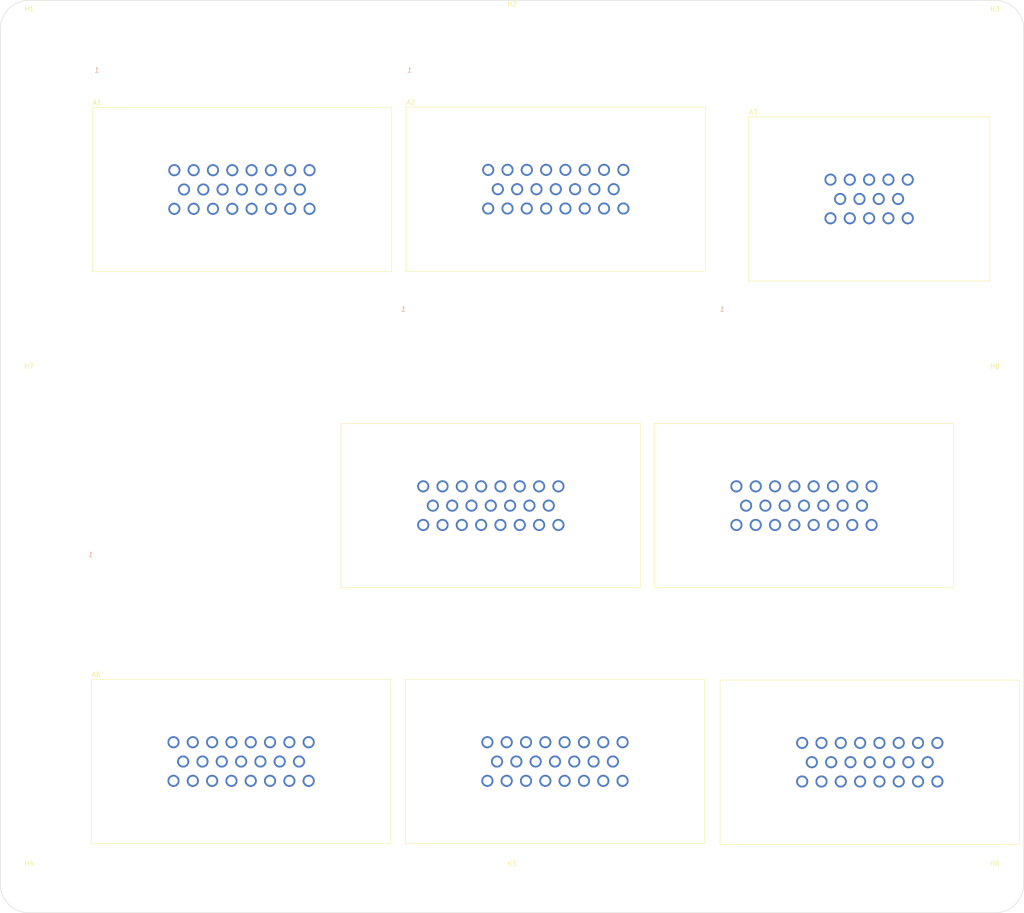
<source format=kicad_pcb>
(kicad_pcb (version 20221018) (generator pcbnew)
  (layers (0 "F.Cu" signal) (31 "B.Cu" signal) (34 "B.Paste" user) (35 "F.Paste" user) (36 "B.SilkS" user "B.Silkscreen") (37 "F.SilkS" user "F.Silkscreen") (38 "B.Mask" user) (39 "F.Mask" user) (44 "Edge.Cuts" user))
  (net 0 "")
  (net 67 "/24V_BATTERY+")
  (net 68 "/MC_PROGRAM_ENABLED")
  (net 69 "/MC_RS232_TXD")
  (net 70 "/MC_RS232_GND")
  (net 71 "/MC_RS232_RXD")
  (net 72 "/MAIN_RELAY_CONTROL")
  (net 73 "/MC_OK_INDICATOR")
  (net 74 "/PRECHARGE_CONTROL")
  (net 75 "/MC_FAULT_INDICATOR")
  (net 76 "/MC_12V")
  (net 77 "/P_CAN_LOW")
  (net 78 "/P_CAN_HI")
  (net 79 "/RADIATOR_FAN_24V")
  (net 80 "/RADIATOR_WATER_PUMP_24V")
  (net 81 "/BRAKE_LIGHT_12V")
  (net 82 "/BRAKE_LIGHT_GND")
  (net 83 "/PRESSURE{slash}TEMP_SENSOR_1_PRESSURE")
  (net 84 "/PRESSURE{slash}TEMP_SENSOR_1_5V")
  (net 85 "/PRESSURE{slash}TEMP_SENSOR_1_TEMP")
  (net 86 "/PRESSURE{slash}TEMP_SENSOR_2_PRESSURE")
  (net 87 "/PRESSURE{slash}TEMP_SENSOR_2_5V")
  (net 88 "/PRESSURE{slash}TEMP_SENSOR_2_TEMP")
  (net 89 "/PRESSURE{slash}TEMP_SENSOR_3_PRESSURE")
  (net 90 "/PRESSURE{slash}TEMP_SENSOR_3_5V")
  (net 91 "/PRESSURE{slash}TEMP_SENSOR_3_TEMP")
  (net 92 "/LEFT_ESTOP_OUT")
  (net 93 "/RIGHT_ESTOP_MONITOR")
  (net 94 "/CRASH_SENSOR_MONITOR")
  (net 95 "/CRASH_SENSOR_IN")
  (net 96 "/TSAL_GREEN")
  (net 97 "/TSAL_RED")
  (net 98 "/BOTS_OUT")
  (net 99 "/BOTS_IN")
  (net 100 "/ECU_BRAKE_INPUT")
  (net 101 "/ECU_5V_POWER_SENSOR_SUPPLY")
  (net 102 "/REAR_BRAKE_SIGNAL")
  (net 103 "/REAR_BRAKE_PRESSURE_12V")
  (net 104 "/FRONT_BRAKE_SIGNAL")
  (net 105 "/FRONT_BRAKE_PRESSURE_12V")
  (net 106 "/ECU_ACCELERATOR_SIGNAL_2")
  (net 107 "/ECU_ACCELERATOR_SIGNAL_1")
  (net 108 "/I_CAN_HI")
  (net 109 "/I_CAN_LOW")
  (net 110 "/D_CAN_HI")
  (net 111 "/D_CAN_LOW")
  (net 112 "/RTS_SPEAKER-")
  (net 113 "/DASH_24V")
  (net 114 "/DRIVER_RESET_IN")
  (net 115 "/DASH_AMS_LED")
  (net 116 "/DASH_BSPD_LED")
  (net 117 "/DASH_PDOC_LED")
  (net 118 "/DASH_IMD_LED")
  (net 119 "/DASH_E-STOP_OUT")
  (net 120 "/DASH_E-STOP_IN")
  (net 121 "/MASTER_ACC_24V")
  (net 122 "/AIR_POWER")
  (net 123 "/BSPD_TEST_SWITCH")
  (net 124 "/BATT_CAN_LOW")
  (net 125 "/BATT_CAN_HI")
  (net 126 "/REMOTE-")
  (net 127 "/REMOTE+")
  (net 128 "/SLAVE_ACC_PDOC_OK")
  (net 129 "/SLAVE_ACC_HV_INT_IN")
  (net 130 "/SLAVE_ACC_24V")
  (net 131 "/HV_BOX_IMD_OK")
  (net 132 "/HV_BOX_PDOC_OK")
  (net 133 "/HV_BOX_HVD_INT_OUT")
  (net 134 "/HV_BOX_HVD_INT_IN")
  (net 135 "/HV_BOX_RED")
  (net 136 "/HV_BOX_24V")
  (net 137 "/HV_BOX_GREEN")
  (footprint "MountingHole:MountingHole_3.2mm_M3" (layer "F.Cu") (at 95.2518 58.393)
    (fp_text reference "H1" (at 0 -4.2) (layer "F.SilkS"))
    (fp_text value "MountingHole")
    (pad "" np_thru_hole circle locked (at 0 0) (size 3.2 3.2) (drill 3.2) (layers "*.Cu" "*.Mask"))
  )
  (footprint "UniSA_Motorsport_Connector:AMPSEAL_3_ROW_14_PIN_VERTICAL" (layer "F.Cu") (at 269.2118 93.543296)
    (fp_text reference "A3" (at -24 -18 180) (layer "F.SilkS"))
    (fp_text value "HOOP" hide)
    (fp_line (start -25 -17) (end 25 -17) (stroke (width 0.12)) (layer "F.SilkS"))
    (fp_line (start -25 17) (end -25 -17) (stroke (width 0.12)) (layer "F.SilkS"))
    (fp_line (start 25 -17) (end 25 17) (stroke (width 0.12)) (layer "F.SilkS"))
    (fp_line (start 25 17) (end -25 17) (stroke (width 0.12)) (layer "F.SilkS"))
    (pad "" np_thru_hole circle (at -19.2 7.3) (size 2 2) (drill 2) (layers "F&B.Cu" "*.Mask"))
    (pad "" np_thru_hole circle (at -17.7 -10.8) (size 2 2) (drill 2) (layers "F&B.Cu" "*.Mask"))
    (pad "" np_thru_hole circle (at 17.7 -10.8) (size 2 2) (drill 2) (layers "F&B.Cu" "*.Mask"))
    (pad "" np_thru_hole circle (at 19.2 7.3) (size 2 2) (drill 2) (layers "F&B.Cu" "*.Mask"))
    (pad "1" thru_hole circle (at -8 -4) (size 2.5 2.5) (drill 1.75) (layers "*.Cu" "*.Mask") (net 97 "/TSAL_RED"))
    (pad "2" thru_hole circle (at -4 -4) (size 2.5 2.5) (drill 1.75) (layers "*.Cu" "*.Mask") (net 67 "/24V_BATTERY+"))
    (pad "3" thru_hole circle (at 0 -4) (size 2.5 2.5) (drill 1.75) (layers "*.Cu" "*.Mask") (net 96 "/TSAL_GREEN"))
    (pad "4" thru_hole circle (at 4 -4) (size 2.5 2.5) (drill 1.75) (layers "*.Cu" "*.Mask") (net 95 "/CRASH_SENSOR_IN"))
    (pad "5" thru_hole circle (at 8 -4) (size 2.5 2.5) (drill 1.75) (layers "*.Cu" "*.Mask") (net 94 "/CRASH_SENSOR_MONITOR"))
    (pad "6" thru_hole circle (at -6 0) (size 2.5 2.5) (drill 1.75) (layers "*.Cu" "*.Mask") (net 93 "/RIGHT_ESTOP_MONITOR"))
    (pad "7" thru_hole circle (at -2 0) (size 2.5 2.5) (drill 1.75) (layers "*.Cu" "*.Mask") (net 92 "/LEFT_ESTOP_OUT"))
    (pad "8" thru_hole circle (at 2 0) (size 2.5 2.5) (drill 1.75) (layers "*.Cu" "*.Mask") (net 67 "/24V_BATTERY+"))
    (pad "9" thru_hole circle (at 6 0) (size 2.5 2.5) (drill 1.75) (layers "*.Cu" "*.Mask") (net 67 "/24V_BATTERY+"))
    (pad "10" thru_hole circle (at -8 4) (size 2.5 2.5) (drill 1.75) (layers "*.Cu" "*.Mask") (net 67 "/24V_BATTERY+"))
    (pad "11" thru_hole circle (at -4 4) (size 2.5 2.5) (drill 1.75) (layers "*.Cu" "*.Mask") (net 67 "/24V_BATTERY+"))
    (pad "12" thru_hole circle (at 0 4) (size 2.5 2.5) (drill 1.75) (layers "*.Cu" "*.Mask") (net 67 "/24V_BATTERY+"))
    (pad "13" thru_hole circle (at 4 4) (size 2.5 2.5) (drill 1.75) (layers "*.Cu" "*.Mask") (net 67 "/24V_BATTERY+"))
    (pad "14" thru_hole circle (at 8 4) (size 2.5 2.5) (drill 1.75) (layers "*.Cu" "*.Mask") (net 67 "/24V_BATTERY+"))
  )
  (footprint "MountingHole:MountingHole_3.2mm_M3" (layer "F.Cu") (at 295.2518 132.383)
    (fp_text reference "H8" (at 0 -4.2) (layer "F.SilkS"))
    (fp_text value "MountingHole")
    (pad "" np_thru_hole circle (at 0 0) (size 3.2 3.2) (drill 3.2) (layers "*.Cu" "*.Mask"))
  )
  (footprint "MountingHole:MountingHole_3.2mm_M3" (layer "F.Cu") (at 95.2518 235.393)
    (fp_text reference "H4" (at 0 -4.2) (layer "F.SilkS"))
    (fp_text value "MountingHole")
    (pad "" np_thru_hole circle locked (at 0 0) (size 3.2 3.2) (drill 3.2) (layers "*.Cu" "*.Mask"))
  )
  (footprint "MountingHole:MountingHole_3.2mm_M3" (layer "F.Cu") (at 95.191751 132.38296)
    (fp_text reference "H7" (at 0 -4.2) (layer "F.SilkS"))
    (fp_text value "MountingHole")
    (pad "" np_thru_hole circle (at 0 0) (size 3.2 3.2) (drill 3.2) (layers "*.Cu" "*.Mask"))
  )
  (footprint "MountingHole:MountingHole_3.2mm_M3" (layer "F.Cu") (at 195.2518 57.383)
    (fp_text reference "H2" (at 0 -4.2) (layer "F.SilkS"))
    (fp_text value "MountingHole")
    (pad "" np_thru_hole circle locked (at 0 0) (size 3.2 3.2) (drill 3.2) (layers "*.Cu" "*.Mask"))
  )
  (footprint "UniSA_Motorsport_Connector:AMPSEAL_3_ROW_23_PIN_VERTICAL" (layer "F.Cu") (at 269.3468 212.200632)
    (fp_text reference "A8" hide)
    (fp_text value "HV BOX" hide)
    (fp_line (start -31 -19) (end 31 -19) (stroke (width 0.12)) (layer "F.SilkS"))
    (fp_line (start -31 15) (end -31 -19) (stroke (width 0.12)) (layer "F.SilkS"))
    (fp_line (start 31 -19) (end 31 15) (stroke (width 0.12)) (layer "F.SilkS"))
    (fp_line (start 31 15) (end -31 15) (stroke (width 0.12)) (layer "F.SilkS"))
    (pad "" np_thru_hole circle (at -25.2 5.3) (size 2 2) (drill 2) (layers "F&B.Cu" "*.Mask"))
    (pad "" np_thru_hole circle (at -23.7 -12.8) (size 2 2) (drill 2) (layers "F&B.Cu" "*.Mask"))
    (pad "" np_thru_hole circle (at 23.7 -12.8) (size 2 2) (drill 2) (layers "F&B.Cu" "*.Mask"))
    (pad "" np_thru_hole circle (at 25.2 5.3) (size 2 2) (drill 2) (layers "F&B.Cu" "*.Mask"))
    (pad "1" thru_hole circle (at -14 -6) (size 2.5 2.5) (drill 1.75) (layers "*.Cu" "*.Mask") (net 137 "/HV_BOX_GREEN"))
    (pad "2" thru_hole circle (at -10 -6) (size 2.5 2.5) (drill 1.75) (layers "*.Cu" "*.Mask") (net 136 "/HV_BOX_24V"))
    (pad "3" thru_hole circle (at -6 -6) (size 2.5 2.5) (drill 1.75) (layers "*.Cu" "*.Mask") (net 135 "/HV_BOX_RED"))
    (pad "4" thru_hole circle (at -2 -6) (size 2.5 2.5) (drill 1.75) (layers "*.Cu" "*.Mask") (net 122 "/AIR_POWER"))
    (pad "5" thru_hole circle (at 2 -6) (size 2.5 2.5) (drill 1.75) (layers "*.Cu" "*.Mask") (net 134 "/HV_BOX_HVD_INT_IN"))
    (pad "6" thru_hole circle (at 6 -6) (size 2.5 2.5) (drill 1.75) (layers "*.Cu" "*.Mask") (net 133 "/HV_BOX_HVD_INT_OUT"))
    (pad "7" thru_hole circle (at 10 -6) (size 2.5 2.5) (drill 1.75) (layers "*.Cu" "*.Mask") (net 132 "/HV_BOX_PDOC_OK"))
    (pad "8" thru_hole circle (at 14 -6) (size 2.5 2.5) (drill 1.75) (layers "*.Cu" "*.Mask") (net 67 "/24V_BATTERY+"))
    (pad "9" thru_hole circle (at -12 -2) (size 2.5 2.5) (drill 1.75) (layers "*.Cu" "*.Mask") (net 131 "/HV_BOX_IMD_OK"))
    (pad "10" thru_hole circle (at -8 -2) (size 2.5 2.5) (drill 1.75) (layers "*.Cu" "*.Mask"))
    (pad "11" thru_hole circle (at -4 -2) (size 2.5 2.5) (drill 1.75) (layers "*.Cu" "*.Mask"))
    (pad "12" thru_hole circle (at 0 -2) (size 2.5 2.5) (drill 1.75) (layers "*.Cu" "*.Mask"))
    (pad "13" thru_hole circle (at 4 -2) (size 2.5 2.5) (drill 1.75) (layers "*.Cu" "*.Mask"))
    (pad "14" thru_hole circle (at 8 -2) (size 2.5 2.5) (drill 1.75) (layers "*.Cu" "*.Mask"))
    (pad "15" thru_hole circle (at 12 -2) (size 2.5 2.5) (drill 1.75) (layers "*.Cu" "*.Mask"))
    (pad "16" thru_hole circle (at -14 2) (size 2.5 2.5) (drill 1.75) (layers "*.Cu" "*.Mask"))
    (pad "17" thru_hole circle (at -10 2) (size 2.5 2.5) (drill 1.75) (layers "*.Cu" "*.Mask"))
    (pad "18" thru_hole circle (at -6 2) (size 2.5 2.5) (drill 1.75) (layers "*.Cu" "*.Mask"))
    (pad "19" thru_hole circle (at -2 2) (size 2.5 2.5) (drill 1.75) (layers "*.Cu" "*.Mask"))
    (pad "20" thru_hole circle (at 2 2) (size 2.5 2.5) (drill 1.75) (layers "*.Cu" "*.Mask"))
    (pad "21" thru_hole circle (at 6 2) (size 2.5 2.5) (drill 1.75) (layers "*.Cu" "*.Mask"))
    (pad "22" thru_hole circle (at 10 2) (size 2.5 2.5) (drill 1.75) (layers "*.Cu" "*.Mask"))
    (pad "23" thru_hole circle (at 14 2) (size 2.5 2.5) (drill 1.75) (layers "*.Cu" "*.Mask"))
  )
  (footprint "MountingHole:MountingHole_3.2mm_M3" (layer "F.Cu") (at 295.2518 58.393)
    (fp_text reference "H3" (at 0 -4.2) (layer "F.SilkS"))
    (fp_text value "MountingHole")
    (pad "" np_thru_hole circle locked (at 0 0) (size 3.2 3.2) (drill 3.2) (layers "*.Cu" "*.Mask"))
  )
  (footprint "UniSA_Motorsport_Connector:AMPSEAL_3_ROW_23_PIN_VERTICAL" (layer "F.Cu") (at 204.3118 93.521224)
    (fp_text reference "A2" (at -30 -20) (layer "F.SilkS"))
    (fp_text value "Feathers")
    (fp_line (start -31 -19) (end 31 -19) (stroke (width 0.12)) (layer "F.SilkS"))
    (fp_line (start -31 15) (end -31 -19) (stroke (width 0.12)) (layer "F.SilkS"))
    (fp_line (start 31 -19) (end 31 15) (stroke (width 0.12)) (layer "F.SilkS"))
    (fp_line (start 31 15) (end -31 15) (stroke (width 0.12)) (layer "F.SilkS"))
    (pad "" np_thru_hole circle (at -25.2 5.3) (size 2 2) (drill 2) (layers "F&B.Cu" "*.Mask"))
    (pad "" np_thru_hole circle (at -23.7 -12.8) (size 2 2) (drill 2) (layers "F&B.Cu" "*.Mask"))
    (pad "" np_thru_hole circle (at 23.7 -12.8) (size 2 2) (drill 2) (layers "F&B.Cu" "*.Mask"))
    (pad "" np_thru_hole circle (at 25.2 5.3) (size 2 2) (drill 2) (layers "F&B.Cu" "*.Mask"))
    (pad "1" thru_hole circle (at -14 -6) (size 2.5 2.5) (drill 1.75) (layers "*.Cu" "*.Mask") (net 79 "/RADIATOR_FAN_24V"))
    (pad "2" thru_hole circle (at -10 -6) (size 2.5 2.5) (drill 1.75) (layers "*.Cu" "*.Mask") (net 67 "/24V_BATTERY+"))
    (pad "3" thru_hole circle (at -6 -6) (size 2.5 2.5) (drill 1.75) (layers "*.Cu" "*.Mask") (net 80 "/RADIATOR_WATER_PUMP_24V"))
    (pad "4" thru_hole circle (at -2 -6) (size 2.5 2.5) (drill 1.75) (layers "*.Cu" "*.Mask") (net 67 "/24V_BATTERY+"))
    (pad "5" thru_hole circle (at 2 -6) (size 2.5 2.5) (drill 1.75) (layers "*.Cu" "*.Mask") (net 81 "/BRAKE_LIGHT_12V"))
    (pad "6" thru_hole circle (at 6 -6) (size 2.5 2.5) (drill 1.75) (layers "*.Cu" "*.Mask") (net 82 "/BRAKE_LIGHT_GND"))
    (pad "7" thru_hole circle (at 10 -6) (size 2.5 2.5) (drill 1.75) (layers "*.Cu" "*.Mask") (net 83 "/PRESSURE{slash}TEMP_SENSOR_1_PRESSURE"))
    (pad "8" thru_hole circle (at 14 -6) (size 2.5 2.5) (drill 1.75) (layers "*.Cu" "*.Mask") (net 84 "/PRESSURE{slash}TEMP_SENSOR_1_5V"))
    (pad "9" thru_hole circle (at -12 -2) (size 2.5 2.5) (drill 1.75) (layers "*.Cu" "*.Mask") (net 67 "/24V_BATTERY+"))
    (pad "10" thru_hole circle (at -8 -2) (size 2.5 2.5) (drill 1.75) (layers "*.Cu" "*.Mask") (net 85 "/PRESSURE{slash}TEMP_SENSOR_1_TEMP"))
    (pad "11" thru_hole circle (at -4 -2) (size 2.5 2.5) (drill 1.75) (layers "*.Cu" "*.Mask") (net 86 "/PRESSURE{slash}TEMP_SENSOR_2_PRESSURE"))
    (pad "12" thru_hole circle (at 0 -2) (size 2.5 2.5) (drill 1.75) (layers "*.Cu" "*.Mask") (net 87 "/PRESSURE{slash}TEMP_SENSOR_2_5V"))
    (pad "13" thru_hole circle (at 4 -2) (size 2.5 2.5) (drill 1.75) (layers "*.Cu" "*.Mask") (net 67 "/24V_BATTERY+"))
    (pad "14" thru_hole circle (at 8 -2) (size 2.5 2.5) (drill 1.75) (layers "*.Cu" "*.Mask") (net 88 "/PRESSURE{slash}TEMP_SENSOR_2_TEMP"))
    (pad "15" thru_hole circle (at 12 -2) (size 2.5 2.5) (drill 1.75) (layers "*.Cu" "*.Mask") (net 89 "/PRESSURE{slash}TEMP_SENSOR_3_PRESSURE"))
    (pad "16" thru_hole circle (at -14 2) (size 2.5 2.5) (drill 1.75) (layers "*.Cu" "*.Mask") (net 90 "/PRESSURE{slash}TEMP_SENSOR_3_5V"))
    (pad "17" thru_hole circle (at -10 2) (size 2.5 2.5) (drill 1.75) (layers "*.Cu" "*.Mask") (net 67 "/24V_BATTERY+"))
    (pad "18" thru_hole circle (at -6 2) (size 2.5 2.5) (drill 1.75) (layers "*.Cu" "*.Mask") (net 91 "/PRESSURE{slash}TEMP_SENSOR_3_TEMP"))
    (pad "19" thru_hole circle (at -2 2) (size 2.5 2.5) (drill 1.75) (layers "*.Cu" "*.Mask") (net 67 "/24V_BATTERY+"))
    (pad "20" thru_hole circle (at 2 2) (size 2.5 2.5) (drill 1.75) (layers "*.Cu" "*.Mask"))
    (pad "21" thru_hole circle (at 6 2) (size 2.5 2.5) (drill 1.75) (layers "*.Cu" "*.Mask"))
    (pad "22" thru_hole circle (at 10 2) (size 2.5 2.5) (drill 1.75) (layers "*.Cu" "*.Mask"))
    (pad "23" thru_hole circle (at 14 2) (size 2.5 2.5) (drill 1.75) (layers "*.Cu" "*.Mask"))
  )
  (footprint "MountingHole:MountingHole_3.2mm_M3" (layer "F.Cu") (at 295.2518 235.393)
    (fp_text reference "H6" (at 0 -4.2) (layer "F.SilkS"))
    (fp_text value "MountingHole")
    (pad "" np_thru_hole circle locked (at 0 0) (size 3.2 3.2) (drill 3.2) (layers "*.Cu" "*.Mask"))
  )
  (footprint "MountingHole:MountingHole_3.2mm_M3" (layer "F.Cu") (at 195.2518 235.393)
    (fp_text reference "H5" (at 0 -4.2) (layer "F.SilkS"))
    (fp_text value "MountingHole")
    (pad "" np_thru_hole circle locked (at 0 0) (size 3.2 3.2) (drill 3.2) (layers "*.Cu" "*.Mask"))
  )
  (footprint "UniSA_Motorsport_Connector:AMPSEAL_3_ROW_23_PIN_VERTICAL" (layer "F.Cu") (at 139.1368 212.063)
    (fp_text reference "A6" (at -30 -20) (layer "F.SilkS"))
    (fp_text value "MASTER ACCUMULATOR")
    (fp_line (start -31 -19) (end 31 -19) (stroke (width 0.12)) (layer "F.SilkS"))
    (fp_line (start -31 15) (end -31 -19) (stroke (width 0.12)) (layer "F.SilkS"))
    (fp_line (start 31 -19) (end 31 15) (stroke (width 0.12)) (layer "F.SilkS"))
    (fp_line (start 31 15) (end -31 15) (stroke (width 0.12)) (layer "F.SilkS"))
    (pad "" np_thru_hole circle (at -25.2 5.3) (size 2 2) (drill 2) (layers "F&B.Cu" "*.Mask"))
    (pad "" np_thru_hole circle (at -23.7 -12.8) (size 2 2) (drill 2) (layers "F&B.Cu" "*.Mask"))
    (pad "" np_thru_hole circle (at 23.7 -12.8) (size 2 2) (drill 2) (layers "F&B.Cu" "*.Mask"))
    (pad "" np_thru_hole circle (at 25.2 5.3) (size 2 2) (drill 2) (layers "F&B.Cu" "*.Mask"))
    (pad "1" thru_hole circle (at -14 -6) (size 2.5 2.5) (drill 1.75) (layers "*.Cu" "*.Mask") (net 67 "/24V_BATTERY+"))
    (pad "2" thru_hole circle (at -10 -6) (size 2.5 2.5) (drill 1.75) (layers "*.Cu" "*.Mask") (net 121 "/MASTER_ACC_24V"))
    (pad "3" thru_hole circle (at -6 -6) (size 2.5 2.5) (drill 1.75) (layers "*.Cu" "*.Mask"))
    (pad "4" thru_hole circle (at -2 -6) (size 2.5 2.5) (drill 1.75) (layers "*.Cu" "*.Mask"))
    (pad "5" thru_hole circle (at 2 -6) (size 2.5 2.5) (drill 1.75) (layers "*.Cu" "*.Mask") (net 122 "/AIR_POWER"))
    (pad "6" thru_hole circle (at 6 -6) (size 2.5 2.5) (drill 1.75) (layers "*.Cu" "*.Mask"))
    (pad "7" thru_hole circle (at 10 -6) (size 2.5 2.5) (drill 1.75) (layers "*.Cu" "*.Mask"))
    (pad "8" thru_hole circle (at 14 -6) (size 2.5 2.5) (drill 1.75) (layers "*.Cu" "*.Mask"))
    (pad "9" thru_hole circle (at -12 -2) (size 2.5 2.5) (drill 1.75) (layers "*.Cu" "*.Mask"))
    (pad "10" thru_hole circle (at -8 -2) (size 2.5 2.5) (drill 1.75) (layers "*.Cu" "*.Mask"))
    (pad "11" thru_hole circle (at -4 -2) (size 2.5 2.5) (drill 1.75) (layers "*.Cu" "*.Mask"))
    (pad "12" thru_hole circle (at 0 -2) (size 2.5 2.5) (drill 1.75) (layers "*.Cu" "*.Mask"))
    (pad "13" thru_hole circle (at 4 -2) (size 2.5 2.5) (drill 1.75) (layers "*.Cu" "*.Mask") (net 123 "/BSPD_TEST_SWITCH"))
    (pad "14" thru_hole circle (at 8 -2) (size 2.5 2.5) (drill 1.75) (layers "*.Cu" "*.Mask"))
    (pad "15" thru_hole circle (at 12 -2) (size 2.5 2.5) (drill 1.75) (layers "*.Cu" "*.Mask"))
    (pad "16" thru_hole circle (at -14 2) (size 2.5 2.5) (drill 1.75) (layers "*.Cu" "*.Mask"))
    (pad "17" thru_hole circle (at -10 2) (size 2.5 2.5) (drill 1.75) (layers "*.Cu" "*.Mask"))
    (pad "18" thru_hole circle (at -6 2) (size 2.5 2.5) (drill 1.75) (layers "*.Cu" "*.Mask") (net 111 "/D_CAN_LOW"))
    (pad "19" thru_hole circle (at -2 2) (size 2.5 2.5) (drill 1.75) (layers "*.Cu" "*.Mask") (net 110 "/D_CAN_HI"))
    (pad "20" thru_hole circle (at 2 2) (size 2.5 2.5) (drill 1.75) (layers "*.Cu" "*.Mask") (net 124 "/BATT_CAN_LOW"))
    (pad "21" thru_hole circle (at 6 2) (size 2.5 2.5) (drill 1.75) (layers "*.Cu" "*.Mask") (net 125 "/BATT_CAN_HI"))
    (pad "22" thru_hole circle (at 10 2) (size 2.5 2.5) (drill 1.75) (layers "*.Cu" "*.Mask") (net 126 "/REMOTE-"))
    (pad "23" thru_hole circle (at 14 2) (size 2.5 2.5) (drill 1.75) (layers "*.Cu" "*.Mask") (net 127 "/REMOTE+"))
  )
  (footprint "UniSA_Motorsport_Connector:AMPSEAL_3_ROW_23_PIN_VERTICAL" (layer "F.Cu") (at 255.7268 159.063)
    (fp_text reference "A5" hide)
    (fp_text value "DASH" hide)
    (fp_line (start -31 -19) (end 31 -19) (stroke (width 0.12)) (layer "F.SilkS"))
    (fp_line (start -31 15) (end -31 -19) (stroke (width 0.12)) (layer "F.SilkS"))
    (fp_line (start 31 -19) (end 31 15) (stroke (width 0.12)) (layer "F.SilkS"))
    (fp_line (start 31 15) (end -31 15) (stroke (width 0.12)) (layer "F.SilkS"))
    (pad "" np_thru_hole circle (at -25.2 5.3) (size 2 2) (drill 2) (layers "F&B.Cu" "*.Mask"))
    (pad "" np_thru_hole circle (at -23.7 -12.8) (size 2 2) (drill 2) (layers "F&B.Cu" "*.Mask"))
    (pad "" np_thru_hole circle (at 23.7 -12.8) (size 2 2) (drill 2) (layers "F&B.Cu" "*.Mask"))
    (pad "" np_thru_hole circle (at 25.2 5.3) (size 2 2) (drill 2) (layers "F&B.Cu" "*.Mask"))
    (pad "1" thru_hole circle (at -14 -6) (size 2.5 2.5) (drill 1.75) (layers "*.Cu" "*.Mask") (net 120 "/DASH_E-STOP_IN"))
    (pad "2" thru_hole circle (at -10 -6) (size 2.5 2.5) (drill 1.75) (layers "*.Cu" "*.Mask") (net 119 "/DASH_E-STOP_OUT"))
    (pad "3" thru_hole circle (at -6 -6) (size 2.5 2.5) (drill 1.75) (layers "*.Cu" "*.Mask") (net 67 "/24V_BATTERY+"))
    (pad "4" thru_hole circle (at -2 -6) (size 2.5 2.5) (drill 1.75) (layers "*.Cu" "*.Mask") (net 118 "/DASH_IMD_LED"))
    (pad "5" thru_hole circle (at 2 -6) (size 2.5 2.5) (drill 1.75) (layers "*.Cu" "*.Mask") (net 117 "/DASH_PDOC_LED"))
    (pad "6" thru_hole circle (at 6 -6) (size 2.5 2.5) (drill 1.75) (layers "*.Cu" "*.Mask") (net 116 "/DASH_BSPD_LED"))
    (pad "7" thru_hole circle (at 10 -6) (size 2.5 2.5) (drill 1.75) (layers "*.Cu" "*.Mask") (net 115 "/DASH_AMS_LED"))
    (pad "8" thru_hole circle (at 14 -6) (size 2.5 2.5) (drill 1.75) (layers "*.Cu" "*.Mask") (net 114 "/DRIVER_RESET_IN"))
    (pad "9" thru_hole circle (at -12 -2) (size 2.5 2.5) (drill 1.75) (layers "*.Cu" "*.Mask") (net 113 "/DASH_24V"))
    (pad "10" thru_hole circle (at -8 -2) (size 2.5 2.5) (drill 1.75) (layers "*.Cu" "*.Mask") (net 113 "/DASH_24V"))
    (pad "11" thru_hole circle (at -4 -2) (size 2.5 2.5) (drill 1.75) (layers "*.Cu" "*.Mask") (net 112 "/RTS_SPEAKER-"))
    (pad "12" thru_hole circle (at 0 -2) (size 2.5 2.5) (drill 1.75) (layers "*.Cu" "*.Mask"))
    (pad "13" thru_hole circle (at 4 -2) (size 2.5 2.5) (drill 1.75) (layers "*.Cu" "*.Mask"))
    (pad "14" thru_hole circle (at 8 -2) (size 2.5 2.5) (drill 1.75) (layers "*.Cu" "*.Mask"))
    (pad "15" thru_hole circle (at 12 -2) (size 2.5 2.5) (drill 1.75) (layers "*.Cu" "*.Mask"))
    (pad "16" thru_hole circle (at -14 2) (size 2.5 2.5) (drill 1.75) (layers "*.Cu" "*.Mask"))
    (pad "17" thru_hole circle (at -10 2) (size 2.5 2.5) (drill 1.75) (layers "*.Cu" "*.Mask"))
    (pad "18" thru_hole circle (at -6 2) (size 2.5 2.5) (drill 1.75) (layers "*.Cu" "*.Mask"))
    (pad "19" thru_hole circle (at -2 2) (size 2.5 2.5) (drill 1.75) (layers "*.Cu" "*.Mask"))
    (pad "20" thru_hole circle (at 2 2) (size 2.5 2.5) (drill 1.75) (layers "*.Cu" "*.Mask") (net 111 "/D_CAN_LOW"))
    (pad "21" thru_hole circle (at 6 2) (size 2.5 2.5) (drill 1.75) (layers "*.Cu" "*.Mask") (net 110 "/D_CAN_HI"))
    (pad "22" thru_hole circle (at 10 2) (size 2.5 2.5) (drill 1.75) (layers "*.Cu" "*.Mask") (net 109 "/I_CAN_LOW"))
    (pad "23" thru_hole circle (at 14 2) (size 2.5 2.5) (drill 1.75) (layers "*.Cu" "*.Mask") (net 108 "/I_CAN_HI"))
  )
  (footprint "UniSA_Motorsport_Connector:AMPSEAL_3_ROW_23_PIN_VERTICAL" (layer "F.Cu") (at 139.3118 93.583)
    (fp_text reference "A1" (at -30 -20 180) (layer "F.SilkS"))
    (fp_text value "MOTOR CONTROLLER")
    (fp_line (start -31 -19) (end 31 -19) (stroke (width 0.12)) (layer "F.SilkS"))
    (fp_line (start -31 15) (end -31 -19) (stroke (width 0.12)) (layer "F.SilkS"))
    (fp_line (start 31 -19) (end 31 15) (stroke (width 0.12)) (layer "F.SilkS"))
    (fp_line (start 31 15) (end -31 15) (stroke (width 0.12)) (layer "F.SilkS"))
    (pad "" np_thru_hole circle (at -25.2 5.3) (size 2 2) (drill 2) (layers "F&B.Cu" "*.Mask"))
    (pad "" np_thru_hole circle (at -23.7 -12.8) (size 2 2) (drill 2) (layers "F&B.Cu" "*.Mask"))
    (pad "" np_thru_hole circle (at 23.7 -12.8) (size 2 2) (drill 2) (layers "F&B.Cu" "*.Mask"))
    (pad "" np_thru_hole circle (at 25.2 5.3) (size 2 2) (drill 2) (layers "F&B.Cu" "*.Mask"))
    (pad "1" thru_hole circle (at -14 -6) (size 2.5 2.5) (drill 1.75) (layers "*.Cu" "*.Mask") (net 67 "/24V_BATTERY+"))
    (pad "2" thru_hole circle (at -10 -6) (size 2.5 2.5) (drill 1.75) (layers "*.Cu" "*.Mask") (net 68 "/MC_PROGRAM_ENABLED"))
    (pad "3" thru_hole circle (at -6 -6) (size 2.5 2.5) (drill 1.75) (layers "*.Cu" "*.Mask") (net 69 "/MC_RS232_TXD"))
    (pad "4" thru_hole circle (at -2 -6) (size 2.5 2.5) (drill 1.75) (layers "*.Cu" "*.Mask"))
    (pad "5" thru_hole circle (at 2 -6) (size 2.5 2.5) (drill 1.75) (layers "*.Cu" "*.Mask") (net 70 "/MC_RS232_GND"))
    (pad "6" thru_hole circle (at 6 -6) (size 2.5 2.5) (drill 1.75) (layers "*.Cu" "*.Mask") (net 71 "/MC_RS232_RXD"))
    (pad "7" thru_hole circle (at 10 -6) (size 2.5 2.5) (drill 1.75) (layers "*.Cu" "*.Mask"))
    (pad "8" thru_hole circle (at 14 -6) (size 2.5 2.5) (drill 1.75) (layers "*.Cu" "*.Mask") (net 72 "/MAIN_RELAY_CONTROL"))
    (pad "9" thru_hole circle (at -12 -2) (size 2.5 2.5) (drill 1.75) (layers "*.Cu" "*.Mask") (net 67 "/24V_BATTERY+"))
    (pad "10" thru_hole circle (at -8 -2) (size 2.5 2.5) (drill 1.75) (layers "*.Cu" "*.Mask") (net 73 "/MC_OK_INDICATOR"))
    (pad "11" thru_hole circle (at -4 -2) (size 2.5 2.5) (drill 1.75) (layers "*.Cu" "*.Mask") (net 74 "/PRECHARGE_CONTROL"))
    (pad "12" thru_hole circle (at 0 -2) (size 2.5 2.5) (drill 1.75) (layers "*.Cu" "*.Mask") (net 75 "/MC_FAULT_INDICATOR"))
    (pad "13" thru_hole circle (at 4 -2) (size 2.5 2.5) (drill 1.75) (layers "*.Cu" "*.Mask") (net 76 "/MC_12V"))
    (pad "14" thru_hole circle (at 8 -2) (size 2.5 2.5) (drill 1.75) (layers "*.Cu" "*.Mask"))
    (pad "15" thru_hole circle (at 12 -2) (size 2.5 2.5) (drill 1.75) (layers "*.Cu" "*.Mask") (net 77 "/P_CAN_LOW"))
    (pad "16" thru_hole circle (at -14 2) (size 2.5 2.5) (drill 1.75) (layers "*.Cu" "*.Mask") (net 78 "/P_CAN_HI"))
    (pad "17" thru_hole circle (at -10 2) (size 2.5 2.5) (drill 1.75) (layers "*.Cu" "*.Mask"))
    (pad "18" thru_hole circle (at -6 2) (size 2.5 2.5) (drill 1.75) (layers "*.Cu" "*.Mask"))
    (pad "19" thru_hole circle (at -2 2) (size 2.5 2.5) (drill 1.75) (layers "*.Cu" "*.Mask"))
    (pad "20" thru_hole circle (at 2 2) (size 2.5 2.5) (drill 1.75) (layers "*.Cu" "*.Mask"))
    (pad "21" thru_hole circle (at 6 2) (size 2.5 2.5) (drill 1.75) (layers "*.Cu" "*.Mask"))
    (pad "22" thru_hole circle (at 10 2) (size 2.5 2.5) (drill 1.75) (layers "*.Cu" "*.Mask"))
    (pad "23" thru_hole circle (at 14 2) (size 2.5 2.5) (drill 1.75) (layers "*.Cu" "*.Mask"))
  )
  (footprint "UniSA_Motorsport_Connector:AMPSEAL_3_ROW_23_PIN_VERTICAL" (layer "F.Cu") (at 190.8568 159.063)
    (fp_text reference "A4" hide)
    (fp_text value "PEDAL" hide)
    (fp_line (start -31 -19) (end 31 -19) (stroke (width 0.12)) (layer "F.SilkS"))
    (fp_line (start -31 15) (end -31 -19) (stroke (width 0.12)) (layer "F.SilkS"))
    (fp_line (start 31 -19) (end 31 15) (stroke (width 0.12)) (layer "F.SilkS"))
    (fp_line (start 31 15) (end -31 15) (stroke (width 0.12)) (layer "F.SilkS"))
    (pad "" np_thru_hole circle (at -25.2 5.3) (size 2 2) (drill 2) (layers "F&B.Cu" "*.Mask"))
    (pad "" np_thru_hole circle (at -23.7 -12.8) (size 2 2) (drill 2) (layers "F&B.Cu" "*.Mask"))
    (pad "" np_thru_hole circle (at 23.7 -12.8) (size 2 2) (drill 2) (layers "F&B.Cu" "*.Mask"))
    (pad "" np_thru_hole circle (at 25.2 5.3) (size 2 2) (drill 2) (layers "F&B.Cu" "*.Mask"))
    (pad "1" thru_hole circle (at -14 -6) (size 2.5 2.5) (drill 1.75) (layers "*.Cu" "*.Mask") (net 101 "/ECU_5V_POWER_SENSOR_SUPPLY"))
    (pad "2" thru_hole circle (at -10 -6) (size 2.5 2.5) (drill 1.75) (layers "*.Cu" "*.Mask") (net 107 "/ECU_ACCELERATOR_SIGNAL_1"))
    (pad "3" thru_hole circle (at -6 -6) (size 2.5 2.5) (drill 1.75) (layers "*.Cu" "*.Mask") (net 67 "/24V_BATTERY+"))
    (pad "4" thru_hole circle (at -2 -6) (size 2.5 2.5) (drill 1.75) (layers "*.Cu" "*.Mask") (net 101 "/ECU_5V_POWER_SENSOR_SUPPLY"))
    (pad "5" thru_hole circle (at 2 -6) (size 2.5 2.5) (drill 1.75) (layers "*.Cu" "*.Mask") (net 106 "/ECU_ACCELERATOR_SIGNAL_2"))
    (pad "6" thru_hole circle (at 6 -6) (size 2.5 2.5) (drill 1.75) (layers "*.Cu" "*.Mask") (net 67 "/24V_BATTERY+"))
    (pad "7" thru_hole circle (at 10 -6) (size 2.5 2.5) (drill 1.75) (layers "*.Cu" "*.Mask"))
    (pad "8" thru_hole circle (at 14 -6) (size 2.5 2.5) (drill 1.75) (layers "*.Cu" "*.Mask") (net 105 "/FRONT_BRAKE_PRESSURE_12V"))
    (pad "9" thru_hole circle (at -12 -2) (size 2.5 2.5) (drill 1.75) (layers "*.Cu" "*.Mask") (net 104 "/FRONT_BRAKE_SIGNAL"))
    (pad "10" thru_hole circle (at -8 -2) (size 2.5 2.5) (drill 1.75) (layers "*.Cu" "*.Mask") (net 67 "/24V_BATTERY+"))
    (pad "11" thru_hole circle (at -4 -2) (size 2.5 2.5) (drill 1.75) (layers "*.Cu" "*.Mask") (net 103 "/REAR_BRAKE_PRESSURE_12V"))
    (pad "12" thru_hole circle (at 0 -2) (size 2.5 2.5) (drill 1.75) (layers "*.Cu" "*.Mask") (net 102 "/REAR_BRAKE_SIGNAL"))
    (pad "13" thru_hole circle (at 4 -2) (size 2.5 2.5) (drill 1.75) (layers "*.Cu" "*.Mask") (net 67 "/24V_BATTERY+"))
    (pad "14" thru_hole circle (at 8 -2) (size 2.5 2.5) (drill 1.75) (layers "*.Cu" "*.Mask"))
    (pad "15" thru_hole circle (at 12 -2) (size 2.5 2.5) (drill 1.75) (layers "*.Cu" "*.Mask") (net 101 "/ECU_5V_POWER_SENSOR_SUPPLY"))
    (pad "16" thru_hole circle (at -14 2) (size 2.5 2.5) (drill 1.75) (layers "*.Cu" "*.Mask") (net 100 "/ECU_BRAKE_INPUT"))
    (pad "17" thru_hole circle (at -10 2) (size 2.5 2.5) (drill 1.75) (layers "*.Cu" "*.Mask") (net 67 "/24V_BATTERY+"))
    (pad "18" thru_hole circle (at -6 2) (size 2.5 2.5) (drill 1.75) (layers "*.Cu" "*.Mask") (net 99 "/BOTS_IN"))
    (pad "19" thru_hole circle (at -2 2) (size 2.5 2.5) (drill 1.75) (layers "*.Cu" "*.Mask") (net 98 "/BOTS_OUT"))
    (pad "20" thru_hole circle (at 2 2) (size 2.5 2.5) (drill 1.75) (layers "*.Cu" "*.Mask") (net 67 "/24V_BATTERY+"))
    (pad "21" thru_hole circle (at 6 2) (size 2.5 2.5) (drill 1.75) (layers "*.Cu" "*.Mask"))
    (pad "22" thru_hole circle (at 10 2) (size 2.5 2.5) (drill 1.75) (layers "*.Cu" "*.Mask"))
    (pad "23" thru_hole circle (at 14 2) (size 2.5 2.5) (drill 1.75) (layers "*.Cu" "*.Mask"))
  )
  (footprint "UniSA_Motorsport_Connector:AMPSEAL_3_ROW_23_PIN_VERTICAL" (layer "F.Cu") (at 204.1468 212.063)
    (fp_text reference "A7" hide)
    (fp_text value "SLAVE ACCUMULATOR" hide)
    (fp_line (start -31 -19) (end 31 -19) (stroke (width 0.12)) (layer "F.SilkS"))
    (fp_line (start -31 15) (end -31 -19) (stroke (width 0.12)) (layer "F.SilkS"))
    (fp_line (start 31 -19) (end 31 15) (stroke (width 0.12)) (layer "F.SilkS"))
    (fp_line (start 31 15) (end -31 15) (stroke (width 0.12)) (layer "F.SilkS"))
    (pad "" np_thru_hole circle (at -25.2 5.3) (size 2 2) (drill 2) (layers "F&B.Cu" "*.Mask"))
    (pad "" np_thru_hole circle (at -23.7 -12.8) (size 2 2) (drill 2) (layers "F&B.Cu" "*.Mask"))
    (pad "" np_thru_hole circle (at 23.7 -12.8) (size 2 2) (drill 2) (layers "F&B.Cu" "*.Mask"))
    (pad "" np_thru_hole circle (at 25.2 5.3) (size 2 2) (drill 2) (layers "F&B.Cu" "*.Mask"))
    (pad "1" thru_hole circle (at -14 -6) (size 2.5 2.5) (drill 1.75) (layers "*.Cu" "*.Mask") (net 67 "/24V_BATTERY+"))
    (pad "2" thru_hole circle (at -10 -6) (size 2.5 2.5) (drill 1.75) (layers "*.Cu" "*.Mask") (net 130 "/SLAVE_ACC_24V"))
    (pad "3" thru_hole circle (at -6 -6) (size 2.5 2.5) (drill 1.75) (layers "*.Cu" "*.Mask") (net 129 "/SLAVE_ACC_HV_INT_IN"))
    (pad "4" thru_hole circle (at -2 -6) (size 2.5 2.5) (drill 1.75) (layers "*.Cu" "*.Mask"))
    (pad "5" thru_hole circle (at 2 -6) (size 2.5 2.5) (drill 1.75) (layers "*.Cu" "*.Mask") (net 122 "/AIR_POWER"))
    (pad "6" thru_hole circle (at 6 -6) (size 2.5 2.5) (drill 1.75) (layers "*.Cu" "*.Mask") (net 72 "/MAIN_RELAY_CONTROL"))
    (pad "7" thru_hole circle (at 10 -6) (size 2.5 2.5) (drill 1.75) (layers "*.Cu" "*.Mask") (net 74 "/PRECHARGE_CONTROL"))
    (pad "8" thru_hole circle (at 14 -6) (size 2.5 2.5) (drill 1.75) (layers "*.Cu" "*.Mask") (net 128 "/SLAVE_ACC_PDOC_OK"))
    (pad "9" thru_hole circle (at -12 -2) (size 2.5 2.5) (drill 1.75) (layers "*.Cu" "*.Mask"))
    (pad "10" thru_hole circle (at -8 -2) (size 2.5 2.5) (drill 1.75) (layers "*.Cu" "*.Mask"))
    (pad "11" thru_hole circle (at -4 -2) (size 2.5 2.5) (drill 1.75) (layers "*.Cu" "*.Mask"))
    (pad "12" thru_hole circle (at 0 -2) (size 2.5 2.5) (drill 1.75) (layers "*.Cu" "*.Mask"))
    (pad "13" thru_hole circle (at 4 -2) (size 2.5 2.5) (drill 1.75) (layers "*.Cu" "*.Mask"))
    (pad "14" thru_hole circle (at 8 -2) (size 2.5 2.5) (drill 1.75) (layers "*.Cu" "*.Mask"))
    (pad "15" thru_hole circle (at 12 -2) (size 2.5 2.5) (drill 1.75) (layers "*.Cu" "*.Mask"))
    (pad "16" thru_hole circle (at -14 2) (size 2.5 2.5) (drill 1.75) (layers "*.Cu" "*.Mask"))
    (pad "17" thru_hole circle (at -10 2) (size 2.5 2.5) (drill 1.75) (layers "*.Cu" "*.Mask"))
    (pad "18" thru_hole circle (at -6 2) (size 2.5 2.5) (drill 1.75) (layers "*.Cu" "*.Mask"))
    (pad "19" thru_hole circle (at -2 2) (size 2.5 2.5) (drill 1.75) (layers "*.Cu" "*.Mask"))
    (pad "20" thru_hole circle (at 2 2) (size 2.5 2.5) (drill 1.75) (layers "*.Cu" "*.Mask") (net 124 "/BATT_CAN_LOW"))
    (pad "21" thru_hole circle (at 6 2) (size 2.5 2.5) (drill 1.75) (layers "*.Cu" "*.Mask") (net 125 "/BATT_CAN_HI"))
    (pad "22" thru_hole circle (at 10 2) (size 2.5 2.5) (drill 1.75) (layers "*.Cu" "*.Mask") (net 126 "/REMOTE-"))
    (pad "23" thru_hole circle (at 14 2) (size 2.5 2.5) (drill 1.75) (layers "*.Cu" "*.Mask") (net 127 "/REMOTE+"))
  )
  (gr_arc locked (start 95.2518 241.393) (mid 91.009159 239.635641) (end 89.2518 235.393) (stroke (width 0.1)) (layer "Edge.Cuts"))
  (gr_arc locked (start 301.2518 235.393) (mid 299.494441 239.635641) (end 295.2518 241.393) (stroke (width 0.1)) (layer "Edge.Cuts"))
  (gr_line locked (start 295.2518 52.393) (end 95.2518 52.393) (stroke (width 0.1)) (layer "Edge.Cuts"))
  (gr_line locked (start 295.2518 241.393) (end 95.2518 241.393) (stroke (width 0.1)) (layer "Edge.Cuts"))
  (gr_line locked (start 301.2518 58.393) (end 301.2518 235.393) (stroke (width 0.1)) (layer "Edge.Cuts"))
  (gr_arc locked (start 295.2518 52.393) (mid 299.494441 54.150359) (end 301.2518 58.393) (stroke (width 0.1)) (layer "Edge.Cuts"))
  (gr_line locked (start 89.2518 58.393) (end 89.2518 235.393) (stroke (width 0.1)) (layer "Edge.Cuts"))
  (gr_arc locked (start 89.2518 58.393) (mid 91.009159 54.150359) (end 95.2518 52.393) (stroke (width 0.1)) (layer "Edge.Cuts"))
  (gr_text "1" (at 172.7218 116.393) (layer "B.SilkS") (effects (font (size 1 1)) (justify mirror)))
  (gr_text "1" (at 109.2218 66.863) (layer "B.SilkS") (effects (font (size 1 1)) (justify mirror)))
  (gr_text "1" (at 107.9518 167.193) (layer "B.SilkS") (effects (font (size 1 1)) (justify mirror)))
  (gr_text "1" (at 238.7618 116.393) (layer "B.SilkS") (effects (font (size 1 1)) (justify mirror)))
  (gr_text "1" (at 173.9918 66.863) (layer "B.SilkS") (effects (font (size 1 1)) (justify mirror)))
)
</source>
